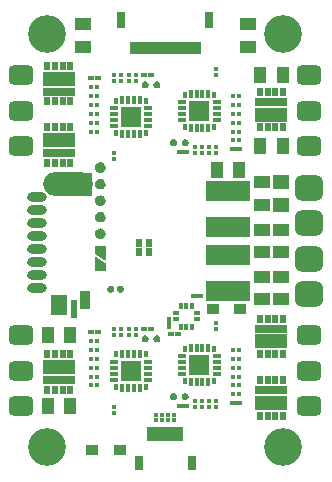
<source format=gbr>
G04*
G04 #@! TF.GenerationSoftware,Altium Limited,Altium Designer,24.1.2 (44)*
G04*
G04 Layer_Color=16711935*
%FSLAX25Y25*%
%MOIN*%
G70*
G04*
G04 #@! TF.SameCoordinates,8AA45DA3-EFE9-42F3-ADE2-6CCF78DF1A05*
G04*
G04*
G04 #@! TF.FilePolarity,Negative*
G04*
G01*
G75*
%ADD44R,0.02362X0.03150*%
%ADD45R,0.10630X0.02756*%
%ADD46R,0.10630X0.04724*%
%ADD56R,0.03150X0.05512*%
%ADD57R,0.01968X0.04331*%
%ADD58R,0.01593X0.01676*%
%ADD59R,0.01676X0.01851*%
%ADD60R,0.05715X0.04337*%
%ADD61R,0.01975X0.02526*%
%ADD63R,0.01851X0.01676*%
%ADD64R,0.04337X0.05715*%
%ADD65R,0.01676X0.01593*%
G04:AMPARAMS|DCode=71|XSize=94.49mil|YSize=86.61mil|CornerRadius=23.62mil|HoleSize=0mil|Usage=FLASHONLY|Rotation=0.000|XOffset=0mil|YOffset=0mil|HoleType=Round|Shape=RoundedRectangle|*
%AMROUNDEDRECTD71*
21,1,0.09449,0.03937,0,0,0.0*
21,1,0.04724,0.08661,0,0,0.0*
1,1,0.04724,0.02362,-0.01968*
1,1,0.04724,-0.02362,-0.01968*
1,1,0.04724,-0.02362,0.01968*
1,1,0.04724,0.02362,0.01968*
%
%ADD71ROUNDEDRECTD71*%
%ADD72C,0.12598*%
G04:AMPARAMS|DCode=73|XSize=82.68mil|YSize=66.93mil|CornerRadius=18.7mil|HoleSize=0mil|Usage=FLASHONLY|Rotation=0.000|XOffset=0mil|YOffset=0mil|HoleType=Round|Shape=RoundedRectangle|*
%AMROUNDEDRECTD73*
21,1,0.08268,0.02953,0,0,0.0*
21,1,0.04528,0.06693,0,0,0.0*
1,1,0.03740,0.02264,-0.01476*
1,1,0.03740,-0.02264,-0.01476*
1,1,0.03740,-0.02264,0.01476*
1,1,0.03740,0.02264,0.01476*
%
%ADD73ROUNDEDRECTD73*%
%ADD110R,0.01968X0.04724*%
%ADD111R,0.03150X0.04724*%
%ADD112O,0.16535X0.07874*%
%ADD113R,0.03543X0.06299*%
%ADD114R,0.02362X0.06299*%
%ADD115O,0.06693X0.03150*%
%ADD116R,0.05512X0.06890*%
%ADD117R,0.07087X0.07087*%
%ADD118R,0.03150X0.01378*%
%ADD119R,0.01732X0.02362*%
%ADD120R,0.01378X0.03150*%
%ADD121R,0.14567X0.06787*%
%ADD122R,0.02362X0.01575*%
%ADD123R,0.01575X0.02362*%
%ADD124R,0.03937X0.03740*%
%ADD125R,0.05821X0.04859*%
G36*
X54034Y29922D02*
X54073Y29918D01*
X54073Y29918D01*
X54263Y29881D01*
X54300Y29869D01*
X54300Y29869D01*
X54479Y29795D01*
X54479Y29795D01*
X54491Y29789D01*
X54513Y29777D01*
X54513Y29777D01*
X54674Y29669D01*
X54674Y29669D01*
X54704Y29645D01*
X54841Y29507D01*
X54866Y29478D01*
X54974Y29316D01*
X54974Y29316D01*
X54983Y29299D01*
X54992Y29282D01*
X54992Y29282D01*
X55066Y29103D01*
X55072Y29083D01*
X55077Y29066D01*
X55115Y28876D01*
X55119Y28837D01*
Y28740D01*
Y28643D01*
D01*
Y28643D01*
X55115Y28605D01*
X55077Y28414D01*
X55066Y28377D01*
X55066Y28377D01*
X54992Y28198D01*
X54992Y28198D01*
X54986Y28186D01*
X54974Y28164D01*
X54974Y28164D01*
X54866Y28003D01*
X54866Y28003D01*
X54841Y27973D01*
X54704Y27836D01*
X54674Y27811D01*
X54513Y27703D01*
X54513Y27703D01*
X54496Y27694D01*
X54479Y27685D01*
X54479Y27685D01*
X54300Y27611D01*
X54280Y27605D01*
X54263Y27600D01*
X54072Y27562D01*
X54034Y27558D01*
X53840D01*
X53840D01*
D01*
X53802Y27562D01*
X53611Y27600D01*
X53574Y27611D01*
X53574Y27611D01*
X53395Y27685D01*
X53395Y27685D01*
X53383Y27692D01*
X53361Y27703D01*
X53361Y27703D01*
X53200Y27811D01*
X53200Y27811D01*
X53170Y27836D01*
X53033Y27973D01*
X53008Y28003D01*
X52900Y28164D01*
X52900Y28164D01*
X52891Y28181D01*
X52882Y28198D01*
X52882Y28198D01*
X52808Y28377D01*
X52802Y28397D01*
X52797Y28414D01*
X52759Y28605D01*
X52755Y28643D01*
Y28740D01*
Y28740D01*
Y28740D01*
X52755Y28837D01*
X52759Y28876D01*
X52759Y28876D01*
X52797Y29066D01*
X52808Y29103D01*
X52808Y29103D01*
X52882Y29282D01*
X52882Y29282D01*
X52888Y29294D01*
X52900Y29316D01*
X52900Y29316D01*
X53008Y29477D01*
X53008Y29478D01*
X53033Y29507D01*
X53170Y29645D01*
X53200Y29669D01*
X53361Y29777D01*
X53361Y29777D01*
X53378Y29786D01*
X53395Y29795D01*
X53395Y29795D01*
X53574Y29869D01*
X53594Y29875D01*
X53611Y29881D01*
X53802Y29918D01*
X53840Y29922D01*
X53937D01*
X53937D01*
X53937D01*
X54034Y29922D01*
D02*
G37*
G36*
X57971D02*
X58010Y29918D01*
X58010Y29918D01*
X58200Y29881D01*
X58237Y29869D01*
X58237Y29869D01*
X58416Y29795D01*
X58416Y29795D01*
X58428Y29789D01*
X58450Y29777D01*
X58450Y29777D01*
X58611Y29669D01*
X58611Y29669D01*
X58641Y29645D01*
X58778Y29507D01*
X58803Y29478D01*
X58911Y29316D01*
X58911Y29316D01*
X58920Y29299D01*
X58929Y29282D01*
X58929Y29282D01*
X59003Y29103D01*
X59009Y29083D01*
X59014Y29066D01*
X59052Y28876D01*
X59056Y28837D01*
Y28740D01*
Y28643D01*
D01*
Y28643D01*
X59052Y28605D01*
X59014Y28414D01*
X59003Y28377D01*
X59003Y28377D01*
X58929Y28198D01*
X58929Y28198D01*
X58923Y28186D01*
X58911Y28164D01*
X58911Y28164D01*
X58803Y28003D01*
X58803Y28003D01*
X58778Y27973D01*
X58641Y27836D01*
X58611Y27811D01*
X58450Y27703D01*
X58450Y27703D01*
X58433Y27694D01*
X58416Y27685D01*
X58416Y27685D01*
X58237Y27611D01*
X58217Y27605D01*
X58200Y27600D01*
X58010Y27562D01*
X57971Y27558D01*
X57777D01*
D01*
X57777D01*
X57739Y27562D01*
X57548Y27600D01*
X57511Y27611D01*
X57511Y27611D01*
X57332Y27685D01*
X57332Y27685D01*
X57320Y27692D01*
X57298Y27703D01*
X57298Y27703D01*
X57137Y27811D01*
X57137Y27811D01*
X57107Y27836D01*
X56970Y27973D01*
X56945Y28003D01*
X56837Y28164D01*
X56837Y28164D01*
X56828Y28181D01*
X56819Y28198D01*
X56819Y28198D01*
X56745Y28377D01*
X56739Y28397D01*
X56734Y28414D01*
X56696Y28605D01*
X56692Y28643D01*
Y28740D01*
Y28740D01*
Y28740D01*
X56692Y28837D01*
X56696Y28876D01*
X56696Y28876D01*
X56734Y29066D01*
X56745Y29103D01*
X56745Y29103D01*
X56819Y29282D01*
X56819Y29282D01*
X56825Y29294D01*
X56837Y29316D01*
X56837Y29316D01*
X56945Y29477D01*
X56945Y29478D01*
X56970Y29507D01*
X57107Y29645D01*
X57137Y29669D01*
X57298Y29777D01*
X57298Y29777D01*
X57315Y29786D01*
X57332Y29795D01*
X57332Y29795D01*
X57511Y29869D01*
X57531Y29875D01*
X57548Y29881D01*
X57739Y29918D01*
X57777Y29922D01*
X57874D01*
X57874D01*
X57874D01*
X57971Y29922D01*
D02*
G37*
G36*
X44585Y49213D02*
X44624Y49210D01*
X44624Y49210D01*
X44814Y49172D01*
X44851Y49161D01*
X44851Y49161D01*
X45030Y49086D01*
X45030Y49086D01*
X45042Y49080D01*
X45064Y49068D01*
X45064Y49068D01*
X45226Y48961D01*
X45226Y48961D01*
X45256Y48936D01*
X45393Y48799D01*
X45417Y48769D01*
X45525Y48608D01*
X45525Y48608D01*
X45534Y48590D01*
X45543Y48573D01*
X45543Y48573D01*
X45617Y48394D01*
X45623Y48375D01*
X45629Y48357D01*
X45666Y48167D01*
X45670Y48128D01*
Y48031D01*
Y47935D01*
D01*
Y47935D01*
X45666Y47896D01*
X45629Y47706D01*
X45617Y47669D01*
X45617Y47669D01*
X45543Y47490D01*
X45543Y47490D01*
X45537Y47478D01*
X45525Y47455D01*
X45525Y47455D01*
X45417Y47294D01*
X45417Y47294D01*
X45393Y47264D01*
X45256Y47127D01*
X45226Y47102D01*
X45064Y46995D01*
X45064Y46995D01*
X45047Y46986D01*
X45030Y46977D01*
X45030Y46977D01*
X44851Y46902D01*
X44831Y46896D01*
X44814Y46891D01*
X44624Y46853D01*
X44585Y46850D01*
X44391D01*
X44391D01*
D01*
X44353Y46853D01*
X44162Y46891D01*
X44125Y46902D01*
X44125Y46902D01*
X43946Y46977D01*
X43946Y46977D01*
X43934Y46983D01*
X43912Y46995D01*
X43912Y46995D01*
X43751Y47102D01*
X43751Y47102D01*
X43721Y47127D01*
X43584Y47264D01*
X43559Y47294D01*
X43451Y47455D01*
X43451Y47455D01*
X43442Y47473D01*
X43433Y47490D01*
X43433Y47490D01*
X43359Y47669D01*
X43353Y47688D01*
X43348Y47706D01*
X43310Y47896D01*
X43306Y47935D01*
Y48031D01*
Y48031D01*
Y48031D01*
X43306Y48129D01*
X43310Y48167D01*
X43310Y48167D01*
X43348Y48357D01*
X43359Y48394D01*
X43359Y48394D01*
X43433Y48573D01*
X43433Y48573D01*
X43440Y48585D01*
X43451Y48608D01*
X43451Y48608D01*
X43559Y48769D01*
X43559Y48769D01*
X43584Y48799D01*
X43721Y48936D01*
X43751Y48961D01*
X43912Y49068D01*
X43912Y49068D01*
X43929Y49077D01*
X43946Y49086D01*
X43946Y49086D01*
X44125Y49161D01*
X44145Y49167D01*
X44162Y49172D01*
X44353Y49210D01*
X44391Y49213D01*
X44488D01*
X44488D01*
X44488D01*
X44585Y49213D01*
D02*
G37*
G36*
X48522D02*
X48561Y49210D01*
X48561Y49210D01*
X48751Y49172D01*
X48788Y49161D01*
X48788Y49161D01*
X48967Y49086D01*
X48967Y49086D01*
X48979Y49080D01*
X49001Y49068D01*
X49001Y49068D01*
X49163Y48961D01*
X49163Y48961D01*
X49193Y48936D01*
X49330Y48799D01*
X49354Y48769D01*
X49462Y48608D01*
X49462Y48608D01*
X49471Y48590D01*
X49480Y48573D01*
X49480Y48573D01*
X49554Y48394D01*
X49560Y48375D01*
X49566Y48357D01*
X49603Y48167D01*
X49607Y48128D01*
Y48031D01*
Y47935D01*
D01*
Y47935D01*
X49603Y47896D01*
X49566Y47706D01*
X49554Y47669D01*
X49554Y47669D01*
X49480Y47490D01*
X49480Y47490D01*
X49474Y47478D01*
X49462Y47455D01*
X49462Y47455D01*
X49354Y47294D01*
X49354Y47294D01*
X49330Y47264D01*
X49193Y47127D01*
X49163Y47102D01*
X49001Y46995D01*
X49001Y46995D01*
X48984Y46986D01*
X48967Y46977D01*
X48967Y46977D01*
X48788Y46902D01*
X48768Y46896D01*
X48751Y46891D01*
X48561Y46853D01*
X48522Y46850D01*
X48328D01*
D01*
X48328D01*
X48290Y46853D01*
X48099Y46891D01*
X48062Y46902D01*
X48062Y46902D01*
X47883Y46977D01*
X47883Y46977D01*
X47871Y46983D01*
X47849Y46995D01*
X47849Y46995D01*
X47688Y47102D01*
X47688Y47102D01*
X47658Y47127D01*
X47521Y47264D01*
X47496Y47294D01*
X47388Y47455D01*
X47388Y47455D01*
X47379Y47473D01*
X47370Y47490D01*
X47370Y47490D01*
X47296Y47669D01*
X47290Y47688D01*
X47285Y47706D01*
X47247Y47896D01*
X47243Y47935D01*
Y48031D01*
Y48031D01*
Y48031D01*
X47243Y48129D01*
X47247Y48167D01*
X47247Y48167D01*
X47285Y48357D01*
X47296Y48394D01*
X47296Y48394D01*
X47370Y48573D01*
X47370Y48573D01*
X47377Y48585D01*
X47388Y48608D01*
X47388Y48608D01*
X47496Y48769D01*
X47496Y48769D01*
X47521Y48799D01*
X47658Y48936D01*
X47688Y48961D01*
X47849Y49068D01*
X47849Y49068D01*
X47866Y49077D01*
X47883Y49086D01*
X47883Y49086D01*
X48062Y49161D01*
X48082Y49167D01*
X48099Y49172D01*
X48290Y49210D01*
X48328Y49213D01*
X48425D01*
X48425D01*
X48425D01*
X48522Y49213D01*
D02*
G37*
G36*
X29721Y84840D02*
X30026Y84779D01*
X30063Y84768D01*
X30349Y84649D01*
X30349Y84649D01*
X30383Y84631D01*
X30641Y84459D01*
X30671Y84434D01*
X30671Y84434D01*
X30891Y84215D01*
X30915Y84185D01*
X30915Y84185D01*
X31088Y83927D01*
X31106Y83893D01*
X31106Y83892D01*
X31225Y83606D01*
X31236Y83569D01*
X31296Y83265D01*
X31300Y83226D01*
Y83071D01*
Y82916D01*
X31296Y82877D01*
X31236Y82573D01*
X31225Y82536D01*
X31106Y82249D01*
X31106Y82249D01*
X31088Y82215D01*
X30915Y81957D01*
X30891Y81927D01*
X30891Y81927D01*
X30671Y81708D01*
X30641Y81683D01*
X30641Y81683D01*
X30383Y81511D01*
X30349Y81493D01*
X30349Y81493D01*
X30063Y81374D01*
X30026Y81363D01*
X29721Y81302D01*
X29683Y81298D01*
X29373D01*
X29334Y81302D01*
X29030Y81363D01*
X28993Y81374D01*
X28706Y81493D01*
X28706Y81493D01*
X28672Y81511D01*
X28414Y81683D01*
X28384Y81708D01*
X28384Y81708D01*
X28164Y81927D01*
X28140Y81957D01*
X28140Y81957D01*
X27968Y82215D01*
X27949Y82249D01*
X27949Y82249D01*
X27830Y82536D01*
X27819Y82573D01*
X27759Y82877D01*
X27755Y82916D01*
Y83071D01*
Y83226D01*
X27759Y83265D01*
X27819Y83569D01*
X27830Y83606D01*
X27949Y83892D01*
X27949Y83893D01*
X27968Y83927D01*
X28140Y84185D01*
X28164Y84215D01*
X28164Y84215D01*
X28384Y84434D01*
X28414Y84459D01*
X28414Y84459D01*
X28672Y84631D01*
X28706Y84649D01*
X28706Y84649D01*
X28993Y84768D01*
X29030Y84779D01*
X29334Y84840D01*
X29373Y84843D01*
X29683D01*
X29721Y84840D01*
D02*
G37*
G36*
X31079Y78944D02*
X31130Y78934D01*
X31179Y78918D01*
X31225Y78895D01*
X31268Y78866D01*
X31306Y78832D01*
X31341Y78793D01*
X31369Y78750D01*
X31392Y78704D01*
X31409Y78655D01*
X31419Y78605D01*
X31422Y78553D01*
Y74553D01*
X31421Y74541D01*
X31421Y74528D01*
X31420Y74515D01*
X31419Y74502D01*
X31416Y74489D01*
X31415Y74477D01*
X31411Y74464D01*
X31409Y74451D01*
X31405Y74439D01*
X31401Y74427D01*
X31396Y74415D01*
X31392Y74402D01*
X31386Y74391D01*
X31382Y74379D01*
X31375Y74368D01*
X31369Y74356D01*
X31362Y74345D01*
X31356Y74334D01*
X31348Y74324D01*
X31341Y74313D01*
X31332Y74303D01*
X31324Y74293D01*
X31315Y74284D01*
X31306Y74274D01*
X31297Y74266D01*
X31288Y74257D01*
X31278Y74249D01*
X31268Y74240D01*
X31257Y74233D01*
X31247Y74225D01*
X31236Y74219D01*
X31225Y74212D01*
X31214Y74206D01*
X31202Y74199D01*
X31190Y74194D01*
X31179Y74189D01*
X31166Y74185D01*
X31155Y74180D01*
X31142Y74176D01*
X31130Y74172D01*
X31117Y74170D01*
X31105Y74166D01*
X31092Y74165D01*
X31079Y74162D01*
X31066Y74161D01*
X31054Y74159D01*
X31041Y74159D01*
X31028Y74159D01*
X31015Y74159D01*
X31002Y74159D01*
X30989Y74161D01*
X30976Y74162D01*
X30964Y74164D01*
X30951Y74166D01*
X30938Y74169D01*
X30926Y74172D01*
X30913Y74176D01*
X30901Y74179D01*
X30889Y74184D01*
X30877Y74189D01*
X30865Y74194D01*
X30853Y74199D01*
X30842Y74206D01*
X30830Y74212D01*
X30820Y74218D01*
X30809Y74225D01*
X27809Y76225D01*
X27798Y76233D01*
X27787Y76240D01*
X27778Y76249D01*
X27768Y76256D01*
X27758Y76266D01*
X27749Y76274D01*
X27740Y76284D01*
X27731Y76293D01*
X27723Y76303D01*
X27715Y76313D01*
X27707Y76323D01*
X27700Y76334D01*
X27693Y76345D01*
X27686Y76356D01*
X27680Y76367D01*
X27674Y76378D01*
X27669Y76390D01*
X27663Y76402D01*
X27659Y76414D01*
X27654Y76426D01*
X27651Y76439D01*
X27646Y76451D01*
X27644Y76464D01*
X27641Y76476D01*
X27639Y76489D01*
X27636Y76502D01*
X27636Y76514D01*
X27634Y76527D01*
X27634Y76540D01*
X27633Y76553D01*
Y78553D01*
X27636Y78605D01*
X27646Y78655D01*
X27663Y78704D01*
X27686Y78750D01*
X27715Y78793D01*
X27749Y78832D01*
X27787Y78866D01*
X27830Y78895D01*
X27877Y78918D01*
X27926Y78934D01*
X27976Y78944D01*
X28028Y78948D01*
X31028D01*
X31079Y78944D01*
D02*
G37*
G36*
X28040Y75447D02*
X28053Y75447D01*
X28066Y75445D01*
X28079Y75444D01*
X28091Y75442D01*
X28104Y75440D01*
X28117Y75437D01*
X28130Y75434D01*
X28142Y75430D01*
X28154Y75427D01*
X28166Y75422D01*
X28179Y75418D01*
X28190Y75412D01*
X28202Y75407D01*
X28213Y75401D01*
X28225Y75395D01*
X28235Y75388D01*
X28246Y75381D01*
X31246Y73381D01*
X31257Y73373D01*
X31268Y73366D01*
X31277Y73358D01*
X31287Y73350D01*
X31297Y73341D01*
X31306Y73332D01*
X31315Y73323D01*
X31324Y73314D01*
X31332Y73303D01*
X31341Y73293D01*
X31348Y73283D01*
X31355Y73273D01*
X31362Y73261D01*
X31369Y73250D01*
X31375Y73239D01*
X31381Y73228D01*
X31386Y73216D01*
X31392Y73204D01*
X31396Y73192D01*
X31401Y73180D01*
X31404Y73168D01*
X31409Y73155D01*
X31411Y73143D01*
X31414Y73131D01*
X31416Y73117D01*
X31419Y73105D01*
X31420Y73092D01*
X31421Y73079D01*
X31421Y73066D01*
X31422Y73053D01*
Y71053D01*
X31419Y71002D01*
X31409Y70951D01*
X31392Y70902D01*
X31369Y70856D01*
X31341Y70813D01*
X31306Y70774D01*
X31268Y70740D01*
X31225Y70711D01*
X31179Y70689D01*
X31130Y70672D01*
X31079Y70662D01*
X31028Y70659D01*
X28028D01*
X27976Y70662D01*
X27925Y70672D01*
X27877Y70689D01*
X27830Y70711D01*
X27787Y70740D01*
X27749Y70774D01*
X27714Y70813D01*
X27686Y70856D01*
X27663Y70902D01*
X27646Y70951D01*
X27636Y71002D01*
X27633Y71053D01*
Y75053D01*
X27634Y75066D01*
X27634Y75078D01*
X27635Y75092D01*
X27636Y75105D01*
X27639Y75117D01*
X27641Y75130D01*
X27644Y75142D01*
X27646Y75155D01*
X27651Y75167D01*
X27654Y75180D01*
X27659Y75192D01*
X27663Y75204D01*
X27669Y75216D01*
X27674Y75227D01*
X27680Y75239D01*
X27686Y75250D01*
X27693Y75261D01*
X27699Y75272D01*
X27707Y75282D01*
X27714Y75293D01*
X27723Y75303D01*
X27731Y75313D01*
X27740Y75322D01*
X27749Y75332D01*
X27758Y75340D01*
X27767Y75349D01*
X27777Y75358D01*
X27787Y75366D01*
X27798Y75373D01*
X27808Y75381D01*
X27819Y75388D01*
X27830Y75395D01*
X27842Y75400D01*
X27853Y75407D01*
X27865Y75412D01*
X27877Y75418D01*
X27889Y75422D01*
X27900Y75427D01*
X27913Y75430D01*
X27925Y75434D01*
X27938Y75437D01*
X27950Y75440D01*
X27963Y75442D01*
X27976Y75444D01*
X27989Y75445D01*
X28001Y75447D01*
X28014Y75447D01*
X28028Y75448D01*
X28040Y75447D01*
D02*
G37*
G36*
X36317Y65749D02*
X36356Y65745D01*
X36356Y65745D01*
X36546Y65707D01*
X36583Y65696D01*
X36583Y65696D01*
X36762Y65622D01*
X36762Y65622D01*
X36774Y65615D01*
X36797Y65604D01*
X36797Y65604D01*
X36958Y65496D01*
X36958Y65496D01*
X36988Y65471D01*
X37125Y65334D01*
X37149Y65304D01*
X37257Y65143D01*
X37257Y65143D01*
X37266Y65126D01*
X37275Y65109D01*
X37275Y65109D01*
X37350Y64930D01*
X37356Y64910D01*
X37361Y64893D01*
X37399Y64702D01*
X37402Y64664D01*
Y64567D01*
Y64470D01*
Y64470D01*
D01*
X37399Y64431D01*
X37361Y64241D01*
X37350Y64204D01*
X37350Y64204D01*
X37275Y64025D01*
X37275Y64025D01*
X37269Y64013D01*
X37257Y63991D01*
X37257Y63991D01*
X37150Y63830D01*
X37150Y63830D01*
X37125Y63800D01*
X36988Y63663D01*
X36958Y63638D01*
X36797Y63530D01*
X36797Y63530D01*
X36779Y63521D01*
X36762Y63512D01*
X36762Y63512D01*
X36583Y63438D01*
X36563Y63432D01*
X36546Y63427D01*
X36356Y63389D01*
X36317Y63385D01*
X36123D01*
X36123D01*
D01*
X36085Y63389D01*
X35895Y63427D01*
X35858Y63438D01*
X35858Y63438D01*
X35679Y63512D01*
X35679Y63512D01*
X35667Y63518D01*
X35644Y63530D01*
X35644Y63530D01*
X35483Y63638D01*
X35483Y63638D01*
X35453Y63662D01*
X35316Y63800D01*
X35291Y63830D01*
X35184Y63991D01*
X35184Y63991D01*
X35175Y64008D01*
X35166Y64025D01*
X35166Y64025D01*
X35091Y64204D01*
X35085Y64224D01*
X35080Y64241D01*
X35042Y64431D01*
X35038Y64470D01*
Y64567D01*
Y64567D01*
Y64567D01*
X35038Y64664D01*
X35042Y64702D01*
X35042Y64702D01*
X35080Y64893D01*
X35091Y64930D01*
X35091Y64930D01*
X35166Y65109D01*
X35166Y65109D01*
X35172Y65121D01*
X35184Y65143D01*
X35184Y65143D01*
X35291Y65304D01*
X35291Y65304D01*
X35316Y65334D01*
X35453Y65471D01*
X35483Y65496D01*
X35644Y65604D01*
X35644Y65604D01*
X35662Y65613D01*
X35679Y65622D01*
X35679Y65622D01*
X35858Y65696D01*
X35877Y65702D01*
X35895Y65707D01*
X36085Y65745D01*
X36123Y65749D01*
X36220D01*
X36220D01*
X36220D01*
X36317Y65749D01*
D02*
G37*
G36*
X33168D02*
X33206Y65745D01*
X33206Y65745D01*
X33397Y65707D01*
X33434Y65696D01*
X33434Y65696D01*
X33613Y65622D01*
X33613Y65622D01*
X33625Y65615D01*
X33647Y65604D01*
X33647Y65604D01*
X33808Y65496D01*
X33808Y65496D01*
X33838Y65471D01*
X33975Y65334D01*
X34000Y65304D01*
X34108Y65143D01*
X34108Y65143D01*
X34117Y65126D01*
X34126Y65109D01*
X34126Y65109D01*
X34200Y64930D01*
X34206Y64910D01*
X34211Y64893D01*
X34249Y64702D01*
X34253Y64664D01*
Y64567D01*
Y64470D01*
Y64470D01*
D01*
X34249Y64431D01*
X34211Y64241D01*
X34200Y64204D01*
X34200Y64204D01*
X34126Y64025D01*
X34126Y64025D01*
X34119Y64013D01*
X34108Y63991D01*
X34108Y63991D01*
X34000Y63830D01*
X34000Y63830D01*
X33975Y63800D01*
X33838Y63663D01*
X33808Y63638D01*
X33647Y63530D01*
X33647Y63530D01*
X33630Y63521D01*
X33613Y63512D01*
X33613Y63512D01*
X33434Y63438D01*
X33414Y63432D01*
X33397Y63427D01*
X33206Y63389D01*
X33168Y63385D01*
X32974D01*
X32974D01*
D01*
X32935Y63389D01*
X32745Y63427D01*
X32708Y63438D01*
X32708Y63438D01*
X32529Y63512D01*
X32529Y63512D01*
X32517Y63518D01*
X32495Y63530D01*
X32495Y63530D01*
X32334Y63638D01*
X32334Y63638D01*
X32304Y63662D01*
X32166Y63800D01*
X32142Y63830D01*
X32034Y63991D01*
X32034Y63991D01*
X32025Y64008D01*
X32016Y64025D01*
X32016Y64025D01*
X31942Y64204D01*
X31936Y64224D01*
X31931Y64241D01*
X31893Y64431D01*
X31889Y64470D01*
Y64567D01*
Y64567D01*
Y64567D01*
X31889Y64664D01*
X31893Y64702D01*
X31893Y64702D01*
X31931Y64893D01*
X31942Y64930D01*
X31942Y64930D01*
X32016Y65109D01*
X32016Y65109D01*
X32022Y65121D01*
X32034Y65143D01*
X32034Y65143D01*
X32142Y65304D01*
X32142Y65304D01*
X32166Y65334D01*
X32304Y65471D01*
X32334Y65496D01*
X32495Y65604D01*
X32495Y65604D01*
X32512Y65613D01*
X32529Y65622D01*
X32529Y65622D01*
X32708Y65696D01*
X32728Y65702D01*
X32745Y65707D01*
X32935Y65745D01*
X32974Y65749D01*
X33071D01*
X33071D01*
X33071D01*
X33168Y65749D01*
D02*
G37*
G36*
X29721Y106887D02*
X30026Y106826D01*
X30063Y106815D01*
X30349Y106696D01*
X30349Y106696D01*
X30383Y106678D01*
X30641Y106506D01*
X30671Y106481D01*
X30671Y106481D01*
X30891Y106262D01*
X30915Y106232D01*
X30915Y106232D01*
X31088Y105974D01*
X31106Y105940D01*
X31106Y105940D01*
X31225Y105653D01*
X31236Y105616D01*
X31296Y105312D01*
X31300Y105273D01*
Y105118D01*
Y104963D01*
X31296Y104924D01*
X31236Y104620D01*
X31225Y104583D01*
X31106Y104297D01*
X31106Y104297D01*
X31088Y104262D01*
X30915Y104004D01*
X30891Y103974D01*
X30891Y103974D01*
X30671Y103755D01*
X30641Y103730D01*
X30641Y103730D01*
X30383Y103558D01*
X30349Y103540D01*
X30349Y103540D01*
X30063Y103421D01*
X30026Y103410D01*
X29721Y103349D01*
X29683Y103346D01*
X29373D01*
X29334Y103349D01*
X29030Y103410D01*
X28993Y103421D01*
X28706Y103540D01*
X28706Y103540D01*
X28672Y103558D01*
X28414Y103730D01*
X28384Y103755D01*
X28384Y103755D01*
X28164Y103974D01*
X28140Y104004D01*
X28140Y104004D01*
X27968Y104262D01*
X27949Y104297D01*
X27949Y104297D01*
X27830Y104583D01*
X27819Y104620D01*
X27759Y104924D01*
X27755Y104963D01*
Y105118D01*
Y105273D01*
X27759Y105312D01*
X27819Y105616D01*
X27830Y105653D01*
X27949Y105940D01*
X27949Y105940D01*
X27968Y105974D01*
X28140Y106232D01*
X28164Y106262D01*
X28164Y106262D01*
X28384Y106481D01*
X28414Y106506D01*
X28414Y106506D01*
X28672Y106678D01*
X28706Y106696D01*
X28706Y106696D01*
X28993Y106815D01*
X29030Y106826D01*
X29334Y106887D01*
X29373Y106891D01*
X29683D01*
X29721Y106887D01*
D02*
G37*
G36*
X26613Y103225D02*
X26650Y103214D01*
X26684Y103196D01*
X26714Y103171D01*
X26739Y103141D01*
X26757Y103107D01*
X26768Y103070D01*
X26772Y103031D01*
Y95945D01*
X26768Y95906D01*
X26757Y95869D01*
X26739Y95835D01*
X26714Y95805D01*
X26684Y95780D01*
X26650Y95762D01*
X26613Y95751D01*
X26575Y95747D01*
X14370D01*
X14366Y95747D01*
X14363Y95747D01*
X14347Y95749D01*
X14331Y95751D01*
X14328Y95752D01*
X14324Y95752D01*
X14309Y95757D01*
X14294Y95762D01*
X14291Y95764D01*
X14288Y95765D01*
X14274Y95773D01*
X14260Y95780D01*
X14257Y95783D01*
X14254Y95784D01*
X10711Y98343D01*
X10699Y98354D01*
X10687Y98364D01*
X10684Y98367D01*
X10682Y98369D01*
X10672Y98382D01*
X10662Y98394D01*
X10660Y98397D01*
X10658Y98400D01*
X10651Y98414D01*
X10644Y98428D01*
X10643Y98431D01*
X10641Y98435D01*
X10637Y98450D01*
X10633Y98465D01*
X10632Y98469D01*
X10631Y98472D01*
X10630Y98488D01*
X10629Y98504D01*
Y100472D01*
X10630Y100488D01*
X10631Y100504D01*
X10632Y100507D01*
X10633Y100511D01*
X10637Y100526D01*
X10641Y100541D01*
X10643Y100544D01*
X10644Y100548D01*
X10651Y100562D01*
X10658Y100576D01*
X10660Y100579D01*
X10662Y100582D01*
X10672Y100594D01*
X10682Y100607D01*
X10684Y100609D01*
X10687Y100612D01*
X10699Y100622D01*
X10711Y100633D01*
X14254Y103191D01*
X14257Y103193D01*
X14260Y103196D01*
X14274Y103203D01*
X14288Y103211D01*
X14291Y103212D01*
X14294Y103214D01*
X14309Y103218D01*
X14324Y103224D01*
X14328Y103224D01*
X14331Y103225D01*
X14347Y103227D01*
X14363Y103229D01*
X14366Y103229D01*
X14370Y103229D01*
X26575D01*
X26613Y103225D01*
D02*
G37*
G36*
X29721Y101375D02*
X30026Y101315D01*
X30063Y101303D01*
X30349Y101185D01*
X30349Y101185D01*
X30383Y101166D01*
X30641Y100994D01*
X30671Y100969D01*
X30671Y100969D01*
X30891Y100750D01*
X30915Y100720D01*
X30915Y100720D01*
X31088Y100462D01*
X31106Y100428D01*
X31106Y100428D01*
X31225Y100141D01*
X31236Y100104D01*
X31296Y99800D01*
X31300Y99761D01*
Y99606D01*
Y99451D01*
X31296Y99413D01*
X31236Y99108D01*
X31225Y99071D01*
X31106Y98785D01*
X31106Y98785D01*
X31088Y98751D01*
X30915Y98492D01*
X30891Y98463D01*
X30891Y98462D01*
X30671Y98243D01*
X30641Y98219D01*
X30641Y98219D01*
X30383Y98046D01*
X30349Y98028D01*
X30349Y98028D01*
X30063Y97909D01*
X30026Y97898D01*
X29721Y97838D01*
X29683Y97834D01*
X29373D01*
X29334Y97838D01*
X29030Y97898D01*
X28993Y97909D01*
X28706Y98028D01*
X28706Y98028D01*
X28672Y98046D01*
X28414Y98219D01*
X28384Y98243D01*
X28384Y98243D01*
X28164Y98463D01*
X28140Y98492D01*
X28140Y98493D01*
X27968Y98751D01*
X27949Y98785D01*
X27949Y98785D01*
X27830Y99071D01*
X27819Y99108D01*
X27759Y99413D01*
X27755Y99451D01*
Y99606D01*
Y99761D01*
X27759Y99800D01*
X27819Y100104D01*
X27830Y100141D01*
X27949Y100428D01*
X27949Y100428D01*
X27968Y100462D01*
X28140Y100720D01*
X28164Y100750D01*
X28164Y100750D01*
X28384Y100969D01*
X28414Y100994D01*
X28414Y100994D01*
X28672Y101166D01*
X28706Y101185D01*
X28706Y101185D01*
X28993Y101303D01*
X29030Y101315D01*
X29334Y101375D01*
X29373Y101379D01*
X29683D01*
X29721Y101375D01*
D02*
G37*
G36*
Y95863D02*
X30026Y95803D01*
X30063Y95792D01*
X30349Y95673D01*
X30349Y95673D01*
X30383Y95654D01*
X30641Y95482D01*
X30671Y95458D01*
X30671Y95458D01*
X30891Y95238D01*
X30915Y95208D01*
X30915Y95208D01*
X31088Y94950D01*
X31106Y94916D01*
X31106Y94916D01*
X31225Y94630D01*
X31236Y94592D01*
X31296Y94288D01*
X31300Y94250D01*
Y94095D01*
Y93939D01*
X31296Y93901D01*
X31236Y93597D01*
X31225Y93559D01*
X31106Y93273D01*
X31106Y93273D01*
X31088Y93239D01*
X30915Y92981D01*
X30891Y92951D01*
X30891Y92951D01*
X30671Y92731D01*
X30641Y92707D01*
X30641Y92707D01*
X30383Y92535D01*
X30349Y92516D01*
X30349Y92516D01*
X30063Y92397D01*
X30026Y92386D01*
X29721Y92326D01*
X29683Y92322D01*
X29373D01*
X29334Y92326D01*
X29030Y92386D01*
X28993Y92397D01*
X28706Y92516D01*
X28706Y92516D01*
X28672Y92535D01*
X28414Y92707D01*
X28384Y92731D01*
X28384Y92731D01*
X28164Y92951D01*
X28140Y92981D01*
X28140Y92981D01*
X27968Y93239D01*
X27949Y93273D01*
X27949Y93273D01*
X27830Y93559D01*
X27819Y93597D01*
X27759Y93901D01*
X27755Y93939D01*
Y94095D01*
Y94250D01*
X27759Y94288D01*
X27819Y94592D01*
X27830Y94630D01*
X27949Y94916D01*
X27949Y94916D01*
X27968Y94950D01*
X28140Y95208D01*
X28164Y95238D01*
X28164Y95238D01*
X28384Y95458D01*
X28414Y95482D01*
X28414Y95482D01*
X28672Y95654D01*
X28706Y95673D01*
X28706Y95673D01*
X28993Y95792D01*
X29030Y95803D01*
X29334Y95863D01*
X29373Y95867D01*
X29683D01*
X29721Y95863D01*
D02*
G37*
G36*
Y90351D02*
X30026Y90291D01*
X30063Y90280D01*
X30349Y90161D01*
X30349Y90161D01*
X30383Y90143D01*
X30641Y89970D01*
X30671Y89946D01*
X30671Y89946D01*
X30891Y89726D01*
X30915Y89696D01*
X30915Y89696D01*
X31088Y89438D01*
X31106Y89404D01*
X31106Y89404D01*
X31225Y89118D01*
X31236Y89081D01*
X31296Y88776D01*
X31300Y88738D01*
Y88583D01*
Y88428D01*
X31296Y88389D01*
X31236Y88085D01*
X31225Y88048D01*
X31106Y87761D01*
X31106Y87761D01*
X31088Y87727D01*
X30915Y87469D01*
X30891Y87439D01*
X30891Y87439D01*
X30671Y87220D01*
X30641Y87195D01*
X30641Y87195D01*
X30383Y87023D01*
X30349Y87004D01*
X30349Y87004D01*
X30063Y86886D01*
X30026Y86874D01*
X29721Y86814D01*
X29683Y86810D01*
X29373D01*
X29334Y86814D01*
X29030Y86874D01*
X28993Y86886D01*
X28706Y87004D01*
X28706Y87004D01*
X28672Y87023D01*
X28414Y87195D01*
X28384Y87220D01*
X28384Y87220D01*
X28164Y87439D01*
X28140Y87469D01*
X28140Y87469D01*
X27968Y87727D01*
X27949Y87761D01*
X27949Y87761D01*
X27830Y88048D01*
X27819Y88085D01*
X27759Y88389D01*
X27755Y88428D01*
Y88583D01*
Y88738D01*
X27759Y88776D01*
X27819Y89081D01*
X27830Y89118D01*
X27949Y89404D01*
X27949Y89404D01*
X27968Y89438D01*
X28140Y89696D01*
X28164Y89726D01*
X28164Y89727D01*
X28384Y89946D01*
X28414Y89970D01*
X28414Y89970D01*
X28672Y90143D01*
X28706Y90161D01*
X28706Y90161D01*
X28993Y90280D01*
X29030Y90291D01*
X29334Y90351D01*
X29373Y90355D01*
X29683D01*
X29721Y90351D01*
D02*
G37*
G36*
X54034Y114568D02*
X54073Y114564D01*
X54073Y114564D01*
X54263Y114526D01*
X54300Y114515D01*
X54300Y114515D01*
X54479Y114441D01*
X54479Y114441D01*
X54491Y114434D01*
X54513Y114423D01*
X54513Y114423D01*
X54674Y114315D01*
X54674Y114315D01*
X54704Y114290D01*
X54841Y114153D01*
X54866Y114123D01*
X54974Y113962D01*
X54974Y113962D01*
X54983Y113945D01*
X54992Y113928D01*
X54992Y113928D01*
X55066Y113749D01*
X55072Y113729D01*
X55077Y113712D01*
X55115Y113521D01*
X55119Y113483D01*
Y113386D01*
Y113289D01*
D01*
Y113289D01*
X55115Y113250D01*
X55077Y113060D01*
X55066Y113023D01*
X55066Y113023D01*
X54992Y112844D01*
X54992Y112844D01*
X54986Y112832D01*
X54974Y112810D01*
X54974Y112810D01*
X54866Y112648D01*
X54866Y112648D01*
X54841Y112619D01*
X54704Y112481D01*
X54674Y112457D01*
X54513Y112349D01*
X54513Y112349D01*
X54496Y112340D01*
X54479Y112331D01*
X54479Y112331D01*
X54300Y112257D01*
X54280Y112251D01*
X54263Y112245D01*
X54072Y112208D01*
X54034Y112204D01*
X53840D01*
X53840D01*
D01*
X53802Y112208D01*
X53611Y112245D01*
X53574Y112257D01*
X53574Y112257D01*
X53395Y112331D01*
X53395Y112331D01*
X53383Y112337D01*
X53361Y112349D01*
X53361Y112349D01*
X53200Y112457D01*
X53200Y112457D01*
X53170Y112481D01*
X53033Y112619D01*
X53008Y112648D01*
X52900Y112810D01*
X52900Y112810D01*
X52891Y112827D01*
X52882Y112844D01*
X52882Y112844D01*
X52808Y113023D01*
X52802Y113043D01*
X52797Y113060D01*
X52759Y113250D01*
X52755Y113289D01*
Y113386D01*
Y113386D01*
Y113386D01*
X52755Y113483D01*
X52759Y113521D01*
X52759Y113521D01*
X52797Y113712D01*
X52808Y113749D01*
X52808Y113749D01*
X52882Y113928D01*
X52882Y113928D01*
X52888Y113940D01*
X52900Y113962D01*
X52900Y113962D01*
X53008Y114123D01*
X53008Y114123D01*
X53033Y114153D01*
X53170Y114290D01*
X53200Y114315D01*
X53361Y114423D01*
X53361Y114423D01*
X53378Y114432D01*
X53395Y114441D01*
X53395Y114441D01*
X53574Y114515D01*
X53594Y114521D01*
X53611Y114526D01*
X53802Y114564D01*
X53840Y114568D01*
X53937D01*
X53937D01*
X53937D01*
X54034Y114568D01*
D02*
G37*
G36*
X57971D02*
X58010Y114564D01*
X58010Y114564D01*
X58200Y114526D01*
X58237Y114515D01*
X58237Y114515D01*
X58416Y114441D01*
X58416Y114441D01*
X58428Y114434D01*
X58450Y114423D01*
X58450Y114423D01*
X58611Y114315D01*
X58611Y114315D01*
X58641Y114290D01*
X58778Y114153D01*
X58803Y114123D01*
X58911Y113962D01*
X58911Y113962D01*
X58920Y113945D01*
X58929Y113928D01*
X58929Y113928D01*
X59003Y113749D01*
X59009Y113729D01*
X59014Y113712D01*
X59052Y113521D01*
X59056Y113483D01*
Y113386D01*
Y113289D01*
D01*
Y113289D01*
X59052Y113250D01*
X59014Y113060D01*
X59003Y113023D01*
X59003Y113023D01*
X58929Y112844D01*
X58929Y112844D01*
X58923Y112832D01*
X58911Y112810D01*
X58911Y112810D01*
X58803Y112648D01*
X58803Y112648D01*
X58778Y112619D01*
X58641Y112481D01*
X58611Y112457D01*
X58450Y112349D01*
X58450Y112349D01*
X58433Y112340D01*
X58416Y112331D01*
X58416Y112331D01*
X58237Y112257D01*
X58217Y112251D01*
X58200Y112245D01*
X58010Y112208D01*
X57971Y112204D01*
X57777D01*
D01*
X57777D01*
X57739Y112208D01*
X57548Y112245D01*
X57511Y112257D01*
X57511Y112257D01*
X57332Y112331D01*
X57332Y112331D01*
X57320Y112337D01*
X57298Y112349D01*
X57298Y112349D01*
X57137Y112457D01*
X57137Y112457D01*
X57107Y112481D01*
X56970Y112619D01*
X56945Y112648D01*
X56837Y112810D01*
X56837Y112810D01*
X56828Y112827D01*
X56819Y112844D01*
X56819Y112844D01*
X56745Y113023D01*
X56739Y113043D01*
X56734Y113060D01*
X56696Y113250D01*
X56692Y113289D01*
Y113386D01*
Y113386D01*
Y113386D01*
X56692Y113483D01*
X56696Y113521D01*
X56696Y113521D01*
X56734Y113712D01*
X56745Y113749D01*
X56745Y113749D01*
X56819Y113928D01*
X56819Y113928D01*
X56825Y113940D01*
X56837Y113962D01*
X56837Y113962D01*
X56945Y114123D01*
X56945Y114123D01*
X56970Y114153D01*
X57107Y114290D01*
X57137Y114315D01*
X57298Y114423D01*
X57298Y114423D01*
X57315Y114432D01*
X57332Y114441D01*
X57332Y114441D01*
X57511Y114515D01*
X57531Y114521D01*
X57548Y114526D01*
X57739Y114564D01*
X57777Y114568D01*
X57874D01*
X57874D01*
X57874D01*
X57971Y114568D01*
D02*
G37*
G36*
X44585Y133859D02*
X44624Y133855D01*
X44624Y133855D01*
X44814Y133818D01*
X44851Y133806D01*
X44851Y133806D01*
X45030Y133732D01*
X45030Y133732D01*
X45042Y133726D01*
X45064Y133714D01*
X45064Y133714D01*
X45226Y133606D01*
X45226Y133606D01*
X45256Y133581D01*
X45393Y133444D01*
X45417Y133414D01*
X45525Y133253D01*
X45525Y133253D01*
X45534Y133236D01*
X45543Y133219D01*
X45543Y133219D01*
X45617Y133040D01*
X45623Y133020D01*
X45629Y133003D01*
X45666Y132813D01*
X45670Y132774D01*
Y132677D01*
Y132580D01*
D01*
Y132580D01*
X45666Y132542D01*
X45629Y132352D01*
X45617Y132314D01*
X45617Y132314D01*
X45543Y132135D01*
X45543Y132135D01*
X45537Y132123D01*
X45525Y132101D01*
X45525Y132101D01*
X45417Y131940D01*
X45417Y131940D01*
X45393Y131910D01*
X45256Y131773D01*
X45226Y131748D01*
X45064Y131641D01*
X45064Y131641D01*
X45047Y131631D01*
X45030Y131622D01*
X45030Y131622D01*
X44851Y131548D01*
X44831Y131542D01*
X44814Y131537D01*
X44624Y131499D01*
X44585Y131495D01*
X44391D01*
X44391D01*
D01*
X44353Y131499D01*
X44162Y131537D01*
X44125Y131548D01*
X44125Y131548D01*
X43946Y131622D01*
X43946Y131622D01*
X43934Y131629D01*
X43912Y131641D01*
X43912Y131641D01*
X43751Y131748D01*
X43751Y131748D01*
X43721Y131773D01*
X43584Y131910D01*
X43559Y131940D01*
X43451Y132101D01*
X43451Y132101D01*
X43442Y132118D01*
X43433Y132135D01*
X43433Y132135D01*
X43359Y132314D01*
X43353Y132334D01*
X43348Y132352D01*
X43310Y132542D01*
X43306Y132580D01*
Y132677D01*
Y132677D01*
Y132677D01*
X43306Y132774D01*
X43310Y132813D01*
X43310Y132813D01*
X43348Y133003D01*
X43359Y133040D01*
X43359Y133040D01*
X43433Y133219D01*
X43433Y133219D01*
X43440Y133231D01*
X43451Y133253D01*
X43451Y133253D01*
X43559Y133414D01*
X43559Y133414D01*
X43584Y133444D01*
X43721Y133581D01*
X43751Y133606D01*
X43912Y133714D01*
X43912Y133714D01*
X43929Y133723D01*
X43946Y133732D01*
X43946Y133732D01*
X44125Y133806D01*
X44145Y133812D01*
X44162Y133818D01*
X44353Y133855D01*
X44391Y133859D01*
X44488D01*
X44488D01*
X44488D01*
X44585Y133859D01*
D02*
G37*
G36*
X48522D02*
X48561Y133855D01*
X48561Y133855D01*
X48751Y133818D01*
X48788Y133806D01*
X48788Y133806D01*
X48967Y133732D01*
X48967Y133732D01*
X48979Y133726D01*
X49001Y133714D01*
X49001Y133714D01*
X49163Y133606D01*
X49163Y133606D01*
X49193Y133581D01*
X49330Y133444D01*
X49354Y133414D01*
X49462Y133253D01*
X49462Y133253D01*
X49471Y133236D01*
X49480Y133219D01*
X49480Y133219D01*
X49554Y133040D01*
X49560Y133020D01*
X49566Y133003D01*
X49603Y132813D01*
X49607Y132774D01*
Y132677D01*
Y132580D01*
D01*
Y132580D01*
X49603Y132542D01*
X49566Y132352D01*
X49554Y132314D01*
X49554Y132314D01*
X49480Y132135D01*
X49480Y132135D01*
X49474Y132123D01*
X49462Y132101D01*
X49462Y132101D01*
X49354Y131940D01*
X49354Y131940D01*
X49330Y131910D01*
X49193Y131773D01*
X49163Y131748D01*
X49001Y131641D01*
X49001Y131641D01*
X48984Y131631D01*
X48967Y131622D01*
X48967Y131622D01*
X48788Y131548D01*
X48768Y131542D01*
X48751Y131537D01*
X48561Y131499D01*
X48522Y131495D01*
X48328D01*
D01*
X48328D01*
X48290Y131499D01*
X48099Y131537D01*
X48062Y131548D01*
X48062Y131548D01*
X47883Y131622D01*
X47883Y131622D01*
X47871Y131629D01*
X47849Y131641D01*
X47849Y131641D01*
X47688Y131748D01*
X47688Y131748D01*
X47658Y131773D01*
X47521Y131910D01*
X47496Y131940D01*
X47388Y132101D01*
X47388Y132101D01*
X47379Y132118D01*
X47370Y132135D01*
X47370Y132135D01*
X47296Y132314D01*
X47290Y132334D01*
X47285Y132352D01*
X47247Y132542D01*
X47243Y132580D01*
Y132677D01*
Y132677D01*
Y132677D01*
X47243Y132774D01*
X47247Y132813D01*
X47247Y132813D01*
X47285Y133003D01*
X47296Y133040D01*
X47296Y133040D01*
X47370Y133219D01*
X47370Y133219D01*
X47377Y133231D01*
X47388Y133253D01*
X47388Y133253D01*
X47496Y133414D01*
X47496Y133414D01*
X47521Y133444D01*
X47658Y133581D01*
X47688Y133606D01*
X47849Y133714D01*
X47849Y133714D01*
X47866Y133723D01*
X47883Y133732D01*
X47883Y133732D01*
X48062Y133806D01*
X48082Y133812D01*
X48099Y133818D01*
X48290Y133855D01*
X48328Y133859D01*
X48425D01*
X48425D01*
X48425D01*
X48522Y133859D01*
D02*
G37*
D44*
X19587Y31102D02*
D03*
X17028D02*
D03*
X14469D02*
D03*
X11909D02*
D03*
Y42913D02*
D03*
X14469D02*
D03*
X17028D02*
D03*
X19587D02*
D03*
Y118504D02*
D03*
X17028D02*
D03*
X14469D02*
D03*
X11909D02*
D03*
Y106693D02*
D03*
X14469D02*
D03*
X17028D02*
D03*
X19587D02*
D03*
Y127165D02*
D03*
X17028D02*
D03*
X14469D02*
D03*
X11909D02*
D03*
Y138976D02*
D03*
X14469D02*
D03*
X17028D02*
D03*
X19587D02*
D03*
X82776Y130315D02*
D03*
X85335D02*
D03*
X87894D02*
D03*
X90453D02*
D03*
Y118504D02*
D03*
X87894D02*
D03*
X85335D02*
D03*
X82776D02*
D03*
Y54724D02*
D03*
X85335D02*
D03*
X87894D02*
D03*
X90453D02*
D03*
Y42913D02*
D03*
X87894D02*
D03*
X85335D02*
D03*
X82776D02*
D03*
Y22441D02*
D03*
X85335D02*
D03*
X87894D02*
D03*
X90453D02*
D03*
Y34252D02*
D03*
X87894D02*
D03*
X85335D02*
D03*
X82776D02*
D03*
D45*
X15747Y34370D02*
D03*
Y109961D02*
D03*
Y130433D02*
D03*
X86615Y127047D02*
D03*
Y51456D02*
D03*
Y30984D02*
D03*
D46*
X15747Y38662D02*
D03*
Y114253D02*
D03*
Y134725D02*
D03*
X86615Y122755D02*
D03*
Y47164D02*
D03*
Y26692D02*
D03*
D56*
X36417Y154330D02*
D03*
X65945Y154331D02*
D03*
D57*
X62008Y144882D02*
D03*
X60039D02*
D03*
X58071D02*
D03*
X56102D02*
D03*
X54134D02*
D03*
X52165D02*
D03*
X50197D02*
D03*
X48228D02*
D03*
X46260D02*
D03*
X44291D02*
D03*
X42323D02*
D03*
X40354D02*
D03*
D58*
X26608Y131890D02*
D03*
X28510D02*
D03*
X26608Y125984D02*
D03*
X28510D02*
D03*
X26608Y117126D02*
D03*
X28510D02*
D03*
Y128937D02*
D03*
X26608D02*
D03*
Y123031D02*
D03*
X28510D02*
D03*
Y120079D02*
D03*
X26608D02*
D03*
X75754Y114173D02*
D03*
X73852D02*
D03*
Y117126D02*
D03*
X75754D02*
D03*
Y120079D02*
D03*
X73852D02*
D03*
X75754Y123031D02*
D03*
X73852D02*
D03*
Y125984D02*
D03*
X75754D02*
D03*
Y128937D02*
D03*
X73852D02*
D03*
Y29528D02*
D03*
X75754D02*
D03*
Y32480D02*
D03*
X73852D02*
D03*
Y35433D02*
D03*
X75754D02*
D03*
X73852Y38386D02*
D03*
X75754D02*
D03*
Y41339D02*
D03*
X73852D02*
D03*
Y44291D02*
D03*
X75754D02*
D03*
X26608D02*
D03*
X28510D02*
D03*
Y47244D02*
D03*
X26608D02*
D03*
X28510Y41339D02*
D03*
X26608D02*
D03*
X28510Y32480D02*
D03*
X26608D02*
D03*
Y35433D02*
D03*
X28510D02*
D03*
Y38386D02*
D03*
X26608D02*
D03*
D59*
X52362Y52267D02*
D03*
Y54426D02*
D03*
D60*
X23622Y152953D02*
D03*
Y145472D02*
D03*
X78740Y152953D02*
D03*
Y145472D02*
D03*
X83465Y61221D02*
D03*
Y68701D02*
D03*
X89764Y61221D02*
D03*
Y68701D02*
D03*
X83465Y92716D02*
D03*
Y100197D02*
D03*
Y84449D02*
D03*
Y76968D02*
D03*
X89764Y84449D02*
D03*
Y76968D02*
D03*
D61*
X45669D02*
D03*
X42520D02*
D03*
Y80118D02*
D03*
X45669D02*
D03*
D63*
X62891Y62205D02*
D03*
X60731D02*
D03*
X53251Y49606D02*
D03*
X55411D02*
D03*
X28639Y134843D02*
D03*
X26479D02*
D03*
X44196Y135827D02*
D03*
X46356D02*
D03*
X58167Y110236D02*
D03*
X56007D02*
D03*
X73723Y111221D02*
D03*
X75883D02*
D03*
X26479Y50197D02*
D03*
X28639D02*
D03*
X75883Y26575D02*
D03*
X73723D02*
D03*
X56007Y25591D02*
D03*
X58167D02*
D03*
X46356Y51181D02*
D03*
X44196D02*
D03*
D64*
X68307Y104331D02*
D03*
X75787D02*
D03*
X12008Y49213D02*
D03*
X19488D02*
D03*
Y25591D02*
D03*
X12008D02*
D03*
X90354Y112205D02*
D03*
X82874D02*
D03*
X90354Y135827D02*
D03*
X82874D02*
D03*
D65*
X52165Y20899D02*
D03*
Y22801D02*
D03*
X34252Y110006D02*
D03*
Y108104D02*
D03*
X41339Y134088D02*
D03*
Y135990D02*
D03*
X61024Y111975D02*
D03*
Y110073D02*
D03*
X63386D02*
D03*
Y111975D02*
D03*
X65748Y110073D02*
D03*
Y111975D02*
D03*
X68110Y136057D02*
D03*
Y137959D02*
D03*
X68110Y111975D02*
D03*
Y110073D02*
D03*
X50197Y22801D02*
D03*
Y20899D02*
D03*
X54134D02*
D03*
Y22801D02*
D03*
X48228D02*
D03*
Y20899D02*
D03*
X41339Y51345D02*
D03*
Y49443D02*
D03*
X61024Y25427D02*
D03*
Y27329D02*
D03*
X65748D02*
D03*
Y25427D02*
D03*
X63386Y27329D02*
D03*
Y25427D02*
D03*
X68110D02*
D03*
Y27329D02*
D03*
X38976Y134088D02*
D03*
Y135990D02*
D03*
X36614Y134088D02*
D03*
Y135990D02*
D03*
X34252D02*
D03*
Y134088D02*
D03*
X36614Y49443D02*
D03*
Y51345D02*
D03*
X38976Y49443D02*
D03*
Y51345D02*
D03*
X34252D02*
D03*
Y49443D02*
D03*
X68110Y53313D02*
D03*
Y51411D02*
D03*
X34252Y23458D02*
D03*
Y25361D02*
D03*
D71*
X99213Y98425D02*
D03*
Y86614D02*
D03*
Y74803D02*
D03*
Y62992D02*
D03*
D72*
X11811Y149606D02*
D03*
X90551D02*
D03*
X11811Y11811D02*
D03*
X90551D02*
D03*
D73*
X3150Y124016D02*
D03*
Y112205D02*
D03*
Y135827D02*
D03*
Y25591D02*
D03*
Y49213D02*
D03*
Y37402D02*
D03*
X99213Y124016D02*
D03*
Y135827D02*
D03*
Y112205D02*
D03*
Y49213D02*
D03*
Y25591D02*
D03*
Y37402D02*
D03*
D110*
X46260Y16339D02*
D03*
X48228D02*
D03*
X50197D02*
D03*
X52165D02*
D03*
X54134D02*
D03*
X56102D02*
D03*
D111*
X60039Y6496D02*
D03*
X42323D02*
D03*
D112*
X18700Y99488D02*
D03*
D113*
X24606Y61102D02*
D03*
D114*
X20708Y57992D02*
D03*
D115*
X8464Y64842D02*
D03*
Y69173D02*
D03*
Y73503D02*
D03*
Y77834D02*
D03*
Y82165D02*
D03*
Y86496D02*
D03*
Y90826D02*
D03*
Y95157D02*
D03*
D116*
X15787Y59409D02*
D03*
D117*
X62604Y124015D02*
D03*
X39758Y37402D02*
D03*
Y122048D02*
D03*
X62604Y39370D02*
D03*
D118*
X68313Y121062D02*
D03*
Y123031D02*
D03*
Y125000D02*
D03*
Y126968D02*
D03*
X56884D02*
D03*
Y125000D02*
D03*
Y123031D02*
D03*
Y121062D02*
D03*
X45478Y40355D02*
D03*
Y38386D02*
D03*
Y36417D02*
D03*
Y34449D02*
D03*
X34049D02*
D03*
Y36417D02*
D03*
Y38386D02*
D03*
Y40355D02*
D03*
Y125001D02*
D03*
Y123032D02*
D03*
Y121063D02*
D03*
Y119095D02*
D03*
X45478D02*
D03*
Y121063D02*
D03*
Y123032D02*
D03*
Y125001D02*
D03*
X56884Y36417D02*
D03*
Y38386D02*
D03*
Y40355D02*
D03*
Y42323D02*
D03*
X68313D02*
D03*
Y40355D02*
D03*
Y38386D02*
D03*
Y36417D02*
D03*
D119*
X67526Y129436D02*
D03*
X57683D02*
D03*
Y118595D02*
D03*
X67526D02*
D03*
X34836Y42822D02*
D03*
X44679D02*
D03*
Y31981D02*
D03*
X34836D02*
D03*
Y116627D02*
D03*
X44679D02*
D03*
Y127468D02*
D03*
X34836D02*
D03*
X67526Y33950D02*
D03*
X57683D02*
D03*
Y44791D02*
D03*
X67526D02*
D03*
D120*
X65557Y129724D02*
D03*
X63589D02*
D03*
X61620D02*
D03*
X59652D02*
D03*
Y118307D02*
D03*
X61620D02*
D03*
X63589D02*
D03*
X65557D02*
D03*
X36805Y43110D02*
D03*
X38773D02*
D03*
X40742D02*
D03*
X42710D02*
D03*
Y31693D02*
D03*
X40742D02*
D03*
X38773D02*
D03*
X36805D02*
D03*
Y116339D02*
D03*
X38773D02*
D03*
X40742D02*
D03*
X42710D02*
D03*
Y127756D02*
D03*
X40742D02*
D03*
X38773D02*
D03*
X36805D02*
D03*
X65557Y33662D02*
D03*
X63589D02*
D03*
X61620D02*
D03*
X59652D02*
D03*
Y45079D02*
D03*
X61620D02*
D03*
X63589D02*
D03*
X65557D02*
D03*
D121*
X72047Y64079D02*
D03*
Y76079D02*
D03*
Y85339D02*
D03*
Y97339D02*
D03*
D122*
X54838Y54528D02*
D03*
Y56496D02*
D03*
X61698D02*
D03*
Y54528D02*
D03*
D123*
X56300Y58934D02*
D03*
X58268D02*
D03*
X60237D02*
D03*
Y52090D02*
D03*
X58268D02*
D03*
X56300D02*
D03*
D124*
X67037Y57874D02*
D03*
X76270D02*
D03*
X26880Y10827D02*
D03*
X36113D02*
D03*
D125*
X89764Y100394D02*
D03*
Y92520D02*
D03*
M02*

</source>
